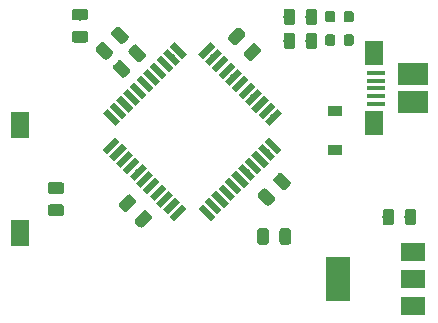
<source format=gbr>
G04 #@! TF.GenerationSoftware,KiCad,Pcbnew,5.0.0+dfsg1-2*
G04 #@! TF.CreationDate,2018-12-16T11:08:53+01:00*
G04 #@! TF.ProjectId,xmegatest,786D656761746573742E6B696361645F,rev?*
G04 #@! TF.SameCoordinates,Original*
G04 #@! TF.FileFunction,Paste,Top*
G04 #@! TF.FilePolarity,Positive*
%FSLAX46Y46*%
G04 Gerber Fmt 4.6, Leading zero omitted, Abs format (unit mm)*
G04 Created by KiCad (PCBNEW 5.0.0+dfsg1-2) date Sun Dec 16 11:08:53 2018*
%MOMM*%
%LPD*%
G01*
G04 APERTURE LIST*
%ADD10R,2.500000X1.900000*%
%ADD11R,1.650000X0.400000*%
%ADD12R,1.500000X2.000000*%
%ADD13C,0.100000*%
%ADD14C,0.975000*%
%ADD15C,0.875000*%
%ADD16C,0.550000*%
%ADD17R,2.000000X3.800000*%
%ADD18R,2.000000X1.500000*%
%ADD19R,1.600000X2.180000*%
%ADD20R,1.200000X0.900000*%
G04 APERTURE END LIST*
D10*
G04 #@! TO.C,J2*
X191631000Y-131515000D03*
X191631000Y-133900000D03*
D11*
X188481000Y-131440000D03*
X188481000Y-132090000D03*
X188481000Y-132740000D03*
X188481000Y-133390000D03*
X188481000Y-134040000D03*
D12*
X188361000Y-129715000D03*
X188381000Y-135715000D03*
G04 #@! TD*
D13*
G04 #@! TO.C,RLED2*
G36*
X181448142Y-128015674D02*
X181471803Y-128019184D01*
X181495007Y-128024996D01*
X181517529Y-128033054D01*
X181539153Y-128043282D01*
X181559670Y-128055579D01*
X181578883Y-128069829D01*
X181596607Y-128085893D01*
X181612671Y-128103617D01*
X181626921Y-128122830D01*
X181639218Y-128143347D01*
X181649446Y-128164971D01*
X181657504Y-128187493D01*
X181663316Y-128210697D01*
X181666826Y-128234358D01*
X181668000Y-128258250D01*
X181668000Y-129170750D01*
X181666826Y-129194642D01*
X181663316Y-129218303D01*
X181657504Y-129241507D01*
X181649446Y-129264029D01*
X181639218Y-129285653D01*
X181626921Y-129306170D01*
X181612671Y-129325383D01*
X181596607Y-129343107D01*
X181578883Y-129359171D01*
X181559670Y-129373421D01*
X181539153Y-129385718D01*
X181517529Y-129395946D01*
X181495007Y-129404004D01*
X181471803Y-129409816D01*
X181448142Y-129413326D01*
X181424250Y-129414500D01*
X180936750Y-129414500D01*
X180912858Y-129413326D01*
X180889197Y-129409816D01*
X180865993Y-129404004D01*
X180843471Y-129395946D01*
X180821847Y-129385718D01*
X180801330Y-129373421D01*
X180782117Y-129359171D01*
X180764393Y-129343107D01*
X180748329Y-129325383D01*
X180734079Y-129306170D01*
X180721782Y-129285653D01*
X180711554Y-129264029D01*
X180703496Y-129241507D01*
X180697684Y-129218303D01*
X180694174Y-129194642D01*
X180693000Y-129170750D01*
X180693000Y-128258250D01*
X180694174Y-128234358D01*
X180697684Y-128210697D01*
X180703496Y-128187493D01*
X180711554Y-128164971D01*
X180721782Y-128143347D01*
X180734079Y-128122830D01*
X180748329Y-128103617D01*
X180764393Y-128085893D01*
X180782117Y-128069829D01*
X180801330Y-128055579D01*
X180821847Y-128043282D01*
X180843471Y-128033054D01*
X180865993Y-128024996D01*
X180889197Y-128019184D01*
X180912858Y-128015674D01*
X180936750Y-128014500D01*
X181424250Y-128014500D01*
X181448142Y-128015674D01*
X181448142Y-128015674D01*
G37*
D14*
X181180500Y-128714500D03*
D13*
G36*
X183323142Y-128015674D02*
X183346803Y-128019184D01*
X183370007Y-128024996D01*
X183392529Y-128033054D01*
X183414153Y-128043282D01*
X183434670Y-128055579D01*
X183453883Y-128069829D01*
X183471607Y-128085893D01*
X183487671Y-128103617D01*
X183501921Y-128122830D01*
X183514218Y-128143347D01*
X183524446Y-128164971D01*
X183532504Y-128187493D01*
X183538316Y-128210697D01*
X183541826Y-128234358D01*
X183543000Y-128258250D01*
X183543000Y-129170750D01*
X183541826Y-129194642D01*
X183538316Y-129218303D01*
X183532504Y-129241507D01*
X183524446Y-129264029D01*
X183514218Y-129285653D01*
X183501921Y-129306170D01*
X183487671Y-129325383D01*
X183471607Y-129343107D01*
X183453883Y-129359171D01*
X183434670Y-129373421D01*
X183414153Y-129385718D01*
X183392529Y-129395946D01*
X183370007Y-129404004D01*
X183346803Y-129409816D01*
X183323142Y-129413326D01*
X183299250Y-129414500D01*
X182811750Y-129414500D01*
X182787858Y-129413326D01*
X182764197Y-129409816D01*
X182740993Y-129404004D01*
X182718471Y-129395946D01*
X182696847Y-129385718D01*
X182676330Y-129373421D01*
X182657117Y-129359171D01*
X182639393Y-129343107D01*
X182623329Y-129325383D01*
X182609079Y-129306170D01*
X182596782Y-129285653D01*
X182586554Y-129264029D01*
X182578496Y-129241507D01*
X182572684Y-129218303D01*
X182569174Y-129194642D01*
X182568000Y-129170750D01*
X182568000Y-128258250D01*
X182569174Y-128234358D01*
X182572684Y-128210697D01*
X182578496Y-128187493D01*
X182586554Y-128164971D01*
X182596782Y-128143347D01*
X182609079Y-128122830D01*
X182623329Y-128103617D01*
X182639393Y-128085893D01*
X182657117Y-128069829D01*
X182676330Y-128055579D01*
X182696847Y-128043282D01*
X182718471Y-128033054D01*
X182740993Y-128024996D01*
X182764197Y-128019184D01*
X182787858Y-128015674D01*
X182811750Y-128014500D01*
X183299250Y-128014500D01*
X183323142Y-128015674D01*
X183323142Y-128015674D01*
G37*
D14*
X183055500Y-128714500D03*
G04 #@! TD*
D13*
G04 #@! TO.C,LED1*
G36*
X184872691Y-126208553D02*
X184893926Y-126211703D01*
X184914750Y-126216919D01*
X184934962Y-126224151D01*
X184954368Y-126233330D01*
X184972781Y-126244366D01*
X184990024Y-126257154D01*
X185005930Y-126271570D01*
X185020346Y-126287476D01*
X185033134Y-126304719D01*
X185044170Y-126323132D01*
X185053349Y-126342538D01*
X185060581Y-126362750D01*
X185065797Y-126383574D01*
X185068947Y-126404809D01*
X185070000Y-126426250D01*
X185070000Y-126938750D01*
X185068947Y-126960191D01*
X185065797Y-126981426D01*
X185060581Y-127002250D01*
X185053349Y-127022462D01*
X185044170Y-127041868D01*
X185033134Y-127060281D01*
X185020346Y-127077524D01*
X185005930Y-127093430D01*
X184990024Y-127107846D01*
X184972781Y-127120634D01*
X184954368Y-127131670D01*
X184934962Y-127140849D01*
X184914750Y-127148081D01*
X184893926Y-127153297D01*
X184872691Y-127156447D01*
X184851250Y-127157500D01*
X184413750Y-127157500D01*
X184392309Y-127156447D01*
X184371074Y-127153297D01*
X184350250Y-127148081D01*
X184330038Y-127140849D01*
X184310632Y-127131670D01*
X184292219Y-127120634D01*
X184274976Y-127107846D01*
X184259070Y-127093430D01*
X184244654Y-127077524D01*
X184231866Y-127060281D01*
X184220830Y-127041868D01*
X184211651Y-127022462D01*
X184204419Y-127002250D01*
X184199203Y-126981426D01*
X184196053Y-126960191D01*
X184195000Y-126938750D01*
X184195000Y-126426250D01*
X184196053Y-126404809D01*
X184199203Y-126383574D01*
X184204419Y-126362750D01*
X184211651Y-126342538D01*
X184220830Y-126323132D01*
X184231866Y-126304719D01*
X184244654Y-126287476D01*
X184259070Y-126271570D01*
X184274976Y-126257154D01*
X184292219Y-126244366D01*
X184310632Y-126233330D01*
X184330038Y-126224151D01*
X184350250Y-126216919D01*
X184371074Y-126211703D01*
X184392309Y-126208553D01*
X184413750Y-126207500D01*
X184851250Y-126207500D01*
X184872691Y-126208553D01*
X184872691Y-126208553D01*
G37*
D15*
X184632500Y-126682500D03*
D13*
G36*
X186447691Y-126208553D02*
X186468926Y-126211703D01*
X186489750Y-126216919D01*
X186509962Y-126224151D01*
X186529368Y-126233330D01*
X186547781Y-126244366D01*
X186565024Y-126257154D01*
X186580930Y-126271570D01*
X186595346Y-126287476D01*
X186608134Y-126304719D01*
X186619170Y-126323132D01*
X186628349Y-126342538D01*
X186635581Y-126362750D01*
X186640797Y-126383574D01*
X186643947Y-126404809D01*
X186645000Y-126426250D01*
X186645000Y-126938750D01*
X186643947Y-126960191D01*
X186640797Y-126981426D01*
X186635581Y-127002250D01*
X186628349Y-127022462D01*
X186619170Y-127041868D01*
X186608134Y-127060281D01*
X186595346Y-127077524D01*
X186580930Y-127093430D01*
X186565024Y-127107846D01*
X186547781Y-127120634D01*
X186529368Y-127131670D01*
X186509962Y-127140849D01*
X186489750Y-127148081D01*
X186468926Y-127153297D01*
X186447691Y-127156447D01*
X186426250Y-127157500D01*
X185988750Y-127157500D01*
X185967309Y-127156447D01*
X185946074Y-127153297D01*
X185925250Y-127148081D01*
X185905038Y-127140849D01*
X185885632Y-127131670D01*
X185867219Y-127120634D01*
X185849976Y-127107846D01*
X185834070Y-127093430D01*
X185819654Y-127077524D01*
X185806866Y-127060281D01*
X185795830Y-127041868D01*
X185786651Y-127022462D01*
X185779419Y-127002250D01*
X185774203Y-126981426D01*
X185771053Y-126960191D01*
X185770000Y-126938750D01*
X185770000Y-126426250D01*
X185771053Y-126404809D01*
X185774203Y-126383574D01*
X185779419Y-126362750D01*
X185786651Y-126342538D01*
X185795830Y-126323132D01*
X185806866Y-126304719D01*
X185819654Y-126287476D01*
X185834070Y-126271570D01*
X185849976Y-126257154D01*
X185867219Y-126244366D01*
X185885632Y-126233330D01*
X185905038Y-126224151D01*
X185925250Y-126216919D01*
X185946074Y-126211703D01*
X185967309Y-126208553D01*
X185988750Y-126207500D01*
X186426250Y-126207500D01*
X186447691Y-126208553D01*
X186447691Y-126208553D01*
G37*
D15*
X186207500Y-126682500D03*
G04 #@! TD*
D13*
G04 #@! TO.C,C4*
G36*
X179225642Y-144589174D02*
X179249303Y-144592684D01*
X179272507Y-144598496D01*
X179295029Y-144606554D01*
X179316653Y-144616782D01*
X179337170Y-144629079D01*
X179356383Y-144643329D01*
X179374107Y-144659393D01*
X179390171Y-144677117D01*
X179404421Y-144696330D01*
X179416718Y-144716847D01*
X179426946Y-144738471D01*
X179435004Y-144760993D01*
X179440816Y-144784197D01*
X179444326Y-144807858D01*
X179445500Y-144831750D01*
X179445500Y-145744250D01*
X179444326Y-145768142D01*
X179440816Y-145791803D01*
X179435004Y-145815007D01*
X179426946Y-145837529D01*
X179416718Y-145859153D01*
X179404421Y-145879670D01*
X179390171Y-145898883D01*
X179374107Y-145916607D01*
X179356383Y-145932671D01*
X179337170Y-145946921D01*
X179316653Y-145959218D01*
X179295029Y-145969446D01*
X179272507Y-145977504D01*
X179249303Y-145983316D01*
X179225642Y-145986826D01*
X179201750Y-145988000D01*
X178714250Y-145988000D01*
X178690358Y-145986826D01*
X178666697Y-145983316D01*
X178643493Y-145977504D01*
X178620971Y-145969446D01*
X178599347Y-145959218D01*
X178578830Y-145946921D01*
X178559617Y-145932671D01*
X178541893Y-145916607D01*
X178525829Y-145898883D01*
X178511579Y-145879670D01*
X178499282Y-145859153D01*
X178489054Y-145837529D01*
X178480996Y-145815007D01*
X178475184Y-145791803D01*
X178471674Y-145768142D01*
X178470500Y-145744250D01*
X178470500Y-144831750D01*
X178471674Y-144807858D01*
X178475184Y-144784197D01*
X178480996Y-144760993D01*
X178489054Y-144738471D01*
X178499282Y-144716847D01*
X178511579Y-144696330D01*
X178525829Y-144677117D01*
X178541893Y-144659393D01*
X178559617Y-144643329D01*
X178578830Y-144629079D01*
X178599347Y-144616782D01*
X178620971Y-144606554D01*
X178643493Y-144598496D01*
X178666697Y-144592684D01*
X178690358Y-144589174D01*
X178714250Y-144588000D01*
X179201750Y-144588000D01*
X179225642Y-144589174D01*
X179225642Y-144589174D01*
G37*
D14*
X178958000Y-145288000D03*
D13*
G36*
X181100642Y-144589174D02*
X181124303Y-144592684D01*
X181147507Y-144598496D01*
X181170029Y-144606554D01*
X181191653Y-144616782D01*
X181212170Y-144629079D01*
X181231383Y-144643329D01*
X181249107Y-144659393D01*
X181265171Y-144677117D01*
X181279421Y-144696330D01*
X181291718Y-144716847D01*
X181301946Y-144738471D01*
X181310004Y-144760993D01*
X181315816Y-144784197D01*
X181319326Y-144807858D01*
X181320500Y-144831750D01*
X181320500Y-145744250D01*
X181319326Y-145768142D01*
X181315816Y-145791803D01*
X181310004Y-145815007D01*
X181301946Y-145837529D01*
X181291718Y-145859153D01*
X181279421Y-145879670D01*
X181265171Y-145898883D01*
X181249107Y-145916607D01*
X181231383Y-145932671D01*
X181212170Y-145946921D01*
X181191653Y-145959218D01*
X181170029Y-145969446D01*
X181147507Y-145977504D01*
X181124303Y-145983316D01*
X181100642Y-145986826D01*
X181076750Y-145988000D01*
X180589250Y-145988000D01*
X180565358Y-145986826D01*
X180541697Y-145983316D01*
X180518493Y-145977504D01*
X180495971Y-145969446D01*
X180474347Y-145959218D01*
X180453830Y-145946921D01*
X180434617Y-145932671D01*
X180416893Y-145916607D01*
X180400829Y-145898883D01*
X180386579Y-145879670D01*
X180374282Y-145859153D01*
X180364054Y-145837529D01*
X180355996Y-145815007D01*
X180350184Y-145791803D01*
X180346674Y-145768142D01*
X180345500Y-145744250D01*
X180345500Y-144831750D01*
X180346674Y-144807858D01*
X180350184Y-144784197D01*
X180355996Y-144760993D01*
X180364054Y-144738471D01*
X180374282Y-144716847D01*
X180386579Y-144696330D01*
X180400829Y-144677117D01*
X180416893Y-144659393D01*
X180434617Y-144643329D01*
X180453830Y-144629079D01*
X180474347Y-144616782D01*
X180495971Y-144606554D01*
X180518493Y-144598496D01*
X180541697Y-144592684D01*
X180565358Y-144589174D01*
X180589250Y-144588000D01*
X181076750Y-144588000D01*
X181100642Y-144589174D01*
X181100642Y-144589174D01*
G37*
D14*
X180833000Y-145288000D03*
G04 #@! TD*
D13*
G04 #@! TO.C,C2*
G36*
X189830142Y-142938174D02*
X189853803Y-142941684D01*
X189877007Y-142947496D01*
X189899529Y-142955554D01*
X189921153Y-142965782D01*
X189941670Y-142978079D01*
X189960883Y-142992329D01*
X189978607Y-143008393D01*
X189994671Y-143026117D01*
X190008921Y-143045330D01*
X190021218Y-143065847D01*
X190031446Y-143087471D01*
X190039504Y-143109993D01*
X190045316Y-143133197D01*
X190048826Y-143156858D01*
X190050000Y-143180750D01*
X190050000Y-144093250D01*
X190048826Y-144117142D01*
X190045316Y-144140803D01*
X190039504Y-144164007D01*
X190031446Y-144186529D01*
X190021218Y-144208153D01*
X190008921Y-144228670D01*
X189994671Y-144247883D01*
X189978607Y-144265607D01*
X189960883Y-144281671D01*
X189941670Y-144295921D01*
X189921153Y-144308218D01*
X189899529Y-144318446D01*
X189877007Y-144326504D01*
X189853803Y-144332316D01*
X189830142Y-144335826D01*
X189806250Y-144337000D01*
X189318750Y-144337000D01*
X189294858Y-144335826D01*
X189271197Y-144332316D01*
X189247993Y-144326504D01*
X189225471Y-144318446D01*
X189203847Y-144308218D01*
X189183330Y-144295921D01*
X189164117Y-144281671D01*
X189146393Y-144265607D01*
X189130329Y-144247883D01*
X189116079Y-144228670D01*
X189103782Y-144208153D01*
X189093554Y-144186529D01*
X189085496Y-144164007D01*
X189079684Y-144140803D01*
X189076174Y-144117142D01*
X189075000Y-144093250D01*
X189075000Y-143180750D01*
X189076174Y-143156858D01*
X189079684Y-143133197D01*
X189085496Y-143109993D01*
X189093554Y-143087471D01*
X189103782Y-143065847D01*
X189116079Y-143045330D01*
X189130329Y-143026117D01*
X189146393Y-143008393D01*
X189164117Y-142992329D01*
X189183330Y-142978079D01*
X189203847Y-142965782D01*
X189225471Y-142955554D01*
X189247993Y-142947496D01*
X189271197Y-142941684D01*
X189294858Y-142938174D01*
X189318750Y-142937000D01*
X189806250Y-142937000D01*
X189830142Y-142938174D01*
X189830142Y-142938174D01*
G37*
D14*
X189562500Y-143637000D03*
D13*
G36*
X191705142Y-142938174D02*
X191728803Y-142941684D01*
X191752007Y-142947496D01*
X191774529Y-142955554D01*
X191796153Y-142965782D01*
X191816670Y-142978079D01*
X191835883Y-142992329D01*
X191853607Y-143008393D01*
X191869671Y-143026117D01*
X191883921Y-143045330D01*
X191896218Y-143065847D01*
X191906446Y-143087471D01*
X191914504Y-143109993D01*
X191920316Y-143133197D01*
X191923826Y-143156858D01*
X191925000Y-143180750D01*
X191925000Y-144093250D01*
X191923826Y-144117142D01*
X191920316Y-144140803D01*
X191914504Y-144164007D01*
X191906446Y-144186529D01*
X191896218Y-144208153D01*
X191883921Y-144228670D01*
X191869671Y-144247883D01*
X191853607Y-144265607D01*
X191835883Y-144281671D01*
X191816670Y-144295921D01*
X191796153Y-144308218D01*
X191774529Y-144318446D01*
X191752007Y-144326504D01*
X191728803Y-144332316D01*
X191705142Y-144335826D01*
X191681250Y-144337000D01*
X191193750Y-144337000D01*
X191169858Y-144335826D01*
X191146197Y-144332316D01*
X191122993Y-144326504D01*
X191100471Y-144318446D01*
X191078847Y-144308218D01*
X191058330Y-144295921D01*
X191039117Y-144281671D01*
X191021393Y-144265607D01*
X191005329Y-144247883D01*
X190991079Y-144228670D01*
X190978782Y-144208153D01*
X190968554Y-144186529D01*
X190960496Y-144164007D01*
X190954684Y-144140803D01*
X190951174Y-144117142D01*
X190950000Y-144093250D01*
X190950000Y-143180750D01*
X190951174Y-143156858D01*
X190954684Y-143133197D01*
X190960496Y-143109993D01*
X190968554Y-143087471D01*
X190978782Y-143065847D01*
X190991079Y-143045330D01*
X191005329Y-143026117D01*
X191021393Y-143008393D01*
X191039117Y-142992329D01*
X191058330Y-142978079D01*
X191078847Y-142965782D01*
X191100471Y-142955554D01*
X191122993Y-142947496D01*
X191146197Y-142941684D01*
X191169858Y-142938174D01*
X191193750Y-142937000D01*
X191681250Y-142937000D01*
X191705142Y-142938174D01*
X191705142Y-142938174D01*
G37*
D14*
X191437500Y-143637000D03*
G04 #@! TD*
D16*
G04 #@! TO.C,U2*
X166115064Y-137600082D03*
D13*
G36*
X165779188Y-138324866D02*
X165390280Y-137935958D01*
X166450940Y-136875298D01*
X166839848Y-137264206D01*
X165779188Y-138324866D01*
X165779188Y-138324866D01*
G37*
D16*
X166680750Y-138165767D03*
D13*
G36*
X166344874Y-138890551D02*
X165955966Y-138501643D01*
X167016626Y-137440983D01*
X167405534Y-137829891D01*
X166344874Y-138890551D01*
X166344874Y-138890551D01*
G37*
D16*
X167246435Y-138731452D03*
D13*
G36*
X166910559Y-139456236D02*
X166521651Y-139067328D01*
X167582311Y-138006668D01*
X167971219Y-138395576D01*
X166910559Y-139456236D01*
X166910559Y-139456236D01*
G37*
D16*
X167812120Y-139297138D03*
D13*
G36*
X167476244Y-140021922D02*
X167087336Y-139633014D01*
X168147996Y-138572354D01*
X168536904Y-138961262D01*
X167476244Y-140021922D01*
X167476244Y-140021922D01*
G37*
D16*
X168377806Y-139862823D03*
D13*
G36*
X168041930Y-140587607D02*
X167653022Y-140198699D01*
X168713682Y-139138039D01*
X169102590Y-139526947D01*
X168041930Y-140587607D01*
X168041930Y-140587607D01*
G37*
D16*
X168943491Y-140428509D03*
D13*
G36*
X168607615Y-141153293D02*
X168218707Y-140764385D01*
X169279367Y-139703725D01*
X169668275Y-140092633D01*
X168607615Y-141153293D01*
X168607615Y-141153293D01*
G37*
D16*
X169509177Y-140994194D03*
D13*
G36*
X169173301Y-141718978D02*
X168784393Y-141330070D01*
X169845053Y-140269410D01*
X170233961Y-140658318D01*
X169173301Y-141718978D01*
X169173301Y-141718978D01*
G37*
D16*
X170074862Y-141559880D03*
D13*
G36*
X169738986Y-142284664D02*
X169350078Y-141895756D01*
X170410738Y-140835096D01*
X170799646Y-141224004D01*
X169738986Y-142284664D01*
X169738986Y-142284664D01*
G37*
D16*
X170640548Y-142125565D03*
D13*
G36*
X170304672Y-142850349D02*
X169915764Y-142461441D01*
X170976424Y-141400781D01*
X171365332Y-141789689D01*
X170304672Y-142850349D01*
X170304672Y-142850349D01*
G37*
D16*
X171206233Y-142691250D03*
D13*
G36*
X170870357Y-143416034D02*
X170481449Y-143027126D01*
X171542109Y-141966466D01*
X171931017Y-142355374D01*
X170870357Y-143416034D01*
X170870357Y-143416034D01*
G37*
D16*
X171771918Y-143256936D03*
D13*
G36*
X171436042Y-143981720D02*
X171047134Y-143592812D01*
X172107794Y-142532152D01*
X172496702Y-142921060D01*
X171436042Y-143981720D01*
X171436042Y-143981720D01*
G37*
D16*
X174176082Y-143256936D03*
D13*
G36*
X174900866Y-143592812D02*
X174511958Y-143981720D01*
X173451298Y-142921060D01*
X173840206Y-142532152D01*
X174900866Y-143592812D01*
X174900866Y-143592812D01*
G37*
D16*
X174741767Y-142691250D03*
D13*
G36*
X175466551Y-143027126D02*
X175077643Y-143416034D01*
X174016983Y-142355374D01*
X174405891Y-141966466D01*
X175466551Y-143027126D01*
X175466551Y-143027126D01*
G37*
D16*
X175307452Y-142125565D03*
D13*
G36*
X176032236Y-142461441D02*
X175643328Y-142850349D01*
X174582668Y-141789689D01*
X174971576Y-141400781D01*
X176032236Y-142461441D01*
X176032236Y-142461441D01*
G37*
D16*
X175873138Y-141559880D03*
D13*
G36*
X176597922Y-141895756D02*
X176209014Y-142284664D01*
X175148354Y-141224004D01*
X175537262Y-140835096D01*
X176597922Y-141895756D01*
X176597922Y-141895756D01*
G37*
D16*
X176438823Y-140994194D03*
D13*
G36*
X177163607Y-141330070D02*
X176774699Y-141718978D01*
X175714039Y-140658318D01*
X176102947Y-140269410D01*
X177163607Y-141330070D01*
X177163607Y-141330070D01*
G37*
D16*
X177004509Y-140428509D03*
D13*
G36*
X177729293Y-140764385D02*
X177340385Y-141153293D01*
X176279725Y-140092633D01*
X176668633Y-139703725D01*
X177729293Y-140764385D01*
X177729293Y-140764385D01*
G37*
D16*
X177570194Y-139862823D03*
D13*
G36*
X178294978Y-140198699D02*
X177906070Y-140587607D01*
X176845410Y-139526947D01*
X177234318Y-139138039D01*
X178294978Y-140198699D01*
X178294978Y-140198699D01*
G37*
D16*
X178135880Y-139297138D03*
D13*
G36*
X178860664Y-139633014D02*
X178471756Y-140021922D01*
X177411096Y-138961262D01*
X177800004Y-138572354D01*
X178860664Y-139633014D01*
X178860664Y-139633014D01*
G37*
D16*
X178701565Y-138731452D03*
D13*
G36*
X179426349Y-139067328D02*
X179037441Y-139456236D01*
X177976781Y-138395576D01*
X178365689Y-138006668D01*
X179426349Y-139067328D01*
X179426349Y-139067328D01*
G37*
D16*
X179267250Y-138165767D03*
D13*
G36*
X179992034Y-138501643D02*
X179603126Y-138890551D01*
X178542466Y-137829891D01*
X178931374Y-137440983D01*
X179992034Y-138501643D01*
X179992034Y-138501643D01*
G37*
D16*
X179832936Y-137600082D03*
D13*
G36*
X180557720Y-137935958D02*
X180168812Y-138324866D01*
X179108152Y-137264206D01*
X179497060Y-136875298D01*
X180557720Y-137935958D01*
X180557720Y-137935958D01*
G37*
D16*
X179832936Y-135195918D03*
D13*
G36*
X179497060Y-135920702D02*
X179108152Y-135531794D01*
X180168812Y-134471134D01*
X180557720Y-134860042D01*
X179497060Y-135920702D01*
X179497060Y-135920702D01*
G37*
D16*
X179267250Y-134630233D03*
D13*
G36*
X178931374Y-135355017D02*
X178542466Y-134966109D01*
X179603126Y-133905449D01*
X179992034Y-134294357D01*
X178931374Y-135355017D01*
X178931374Y-135355017D01*
G37*
D16*
X178701565Y-134064548D03*
D13*
G36*
X178365689Y-134789332D02*
X177976781Y-134400424D01*
X179037441Y-133339764D01*
X179426349Y-133728672D01*
X178365689Y-134789332D01*
X178365689Y-134789332D01*
G37*
D16*
X178135880Y-133498862D03*
D13*
G36*
X177800004Y-134223646D02*
X177411096Y-133834738D01*
X178471756Y-132774078D01*
X178860664Y-133162986D01*
X177800004Y-134223646D01*
X177800004Y-134223646D01*
G37*
D16*
X177570194Y-132933177D03*
D13*
G36*
X177234318Y-133657961D02*
X176845410Y-133269053D01*
X177906070Y-132208393D01*
X178294978Y-132597301D01*
X177234318Y-133657961D01*
X177234318Y-133657961D01*
G37*
D16*
X177004509Y-132367491D03*
D13*
G36*
X176668633Y-133092275D02*
X176279725Y-132703367D01*
X177340385Y-131642707D01*
X177729293Y-132031615D01*
X176668633Y-133092275D01*
X176668633Y-133092275D01*
G37*
D16*
X176438823Y-131801806D03*
D13*
G36*
X176102947Y-132526590D02*
X175714039Y-132137682D01*
X176774699Y-131077022D01*
X177163607Y-131465930D01*
X176102947Y-132526590D01*
X176102947Y-132526590D01*
G37*
D16*
X175873138Y-131236120D03*
D13*
G36*
X175537262Y-131960904D02*
X175148354Y-131571996D01*
X176209014Y-130511336D01*
X176597922Y-130900244D01*
X175537262Y-131960904D01*
X175537262Y-131960904D01*
G37*
D16*
X175307452Y-130670435D03*
D13*
G36*
X174971576Y-131395219D02*
X174582668Y-131006311D01*
X175643328Y-129945651D01*
X176032236Y-130334559D01*
X174971576Y-131395219D01*
X174971576Y-131395219D01*
G37*
D16*
X174741767Y-130104750D03*
D13*
G36*
X174405891Y-130829534D02*
X174016983Y-130440626D01*
X175077643Y-129379966D01*
X175466551Y-129768874D01*
X174405891Y-130829534D01*
X174405891Y-130829534D01*
G37*
D16*
X174176082Y-129539064D03*
D13*
G36*
X173840206Y-130263848D02*
X173451298Y-129874940D01*
X174511958Y-128814280D01*
X174900866Y-129203188D01*
X173840206Y-130263848D01*
X173840206Y-130263848D01*
G37*
D16*
X171771918Y-129539064D03*
D13*
G36*
X172496702Y-129874940D02*
X172107794Y-130263848D01*
X171047134Y-129203188D01*
X171436042Y-128814280D01*
X172496702Y-129874940D01*
X172496702Y-129874940D01*
G37*
D16*
X171206233Y-130104750D03*
D13*
G36*
X171931017Y-130440626D02*
X171542109Y-130829534D01*
X170481449Y-129768874D01*
X170870357Y-129379966D01*
X171931017Y-130440626D01*
X171931017Y-130440626D01*
G37*
D16*
X170640548Y-130670435D03*
D13*
G36*
X171365332Y-131006311D02*
X170976424Y-131395219D01*
X169915764Y-130334559D01*
X170304672Y-129945651D01*
X171365332Y-131006311D01*
X171365332Y-131006311D01*
G37*
D16*
X170074862Y-131236120D03*
D13*
G36*
X170799646Y-131571996D02*
X170410738Y-131960904D01*
X169350078Y-130900244D01*
X169738986Y-130511336D01*
X170799646Y-131571996D01*
X170799646Y-131571996D01*
G37*
D16*
X169509177Y-131801806D03*
D13*
G36*
X170233961Y-132137682D02*
X169845053Y-132526590D01*
X168784393Y-131465930D01*
X169173301Y-131077022D01*
X170233961Y-132137682D01*
X170233961Y-132137682D01*
G37*
D16*
X168943491Y-132367491D03*
D13*
G36*
X169668275Y-132703367D02*
X169279367Y-133092275D01*
X168218707Y-132031615D01*
X168607615Y-131642707D01*
X169668275Y-132703367D01*
X169668275Y-132703367D01*
G37*
D16*
X168377806Y-132933177D03*
D13*
G36*
X169102590Y-133269053D02*
X168713682Y-133657961D01*
X167653022Y-132597301D01*
X168041930Y-132208393D01*
X169102590Y-133269053D01*
X169102590Y-133269053D01*
G37*
D16*
X167812120Y-133498862D03*
D13*
G36*
X168536904Y-133834738D02*
X168147996Y-134223646D01*
X167087336Y-133162986D01*
X167476244Y-132774078D01*
X168536904Y-133834738D01*
X168536904Y-133834738D01*
G37*
D16*
X167246435Y-134064548D03*
D13*
G36*
X167971219Y-134400424D02*
X167582311Y-134789332D01*
X166521651Y-133728672D01*
X166910559Y-133339764D01*
X167971219Y-134400424D01*
X167971219Y-134400424D01*
G37*
D16*
X166680750Y-134630233D03*
D13*
G36*
X167405534Y-134966109D02*
X167016626Y-135355017D01*
X165955966Y-134294357D01*
X166344874Y-133905449D01*
X167405534Y-134966109D01*
X167405534Y-134966109D01*
G37*
D16*
X166115064Y-135195918D03*
D13*
G36*
X166839848Y-135531794D02*
X166450940Y-135920702D01*
X165390280Y-134860042D01*
X165779188Y-134471134D01*
X166839848Y-135531794D01*
X166839848Y-135531794D01*
G37*
G04 #@! TD*
D17*
G04 #@! TO.C,U1*
X185318000Y-148907500D03*
D18*
X191618000Y-148907500D03*
X191618000Y-146607500D03*
X191618000Y-151207500D03*
G04 #@! TD*
D19*
G04 #@! TO.C,SW1*
X158369000Y-144988500D03*
X158369000Y-135808500D03*
G04 #@! TD*
D13*
G04 #@! TO.C,C5*
G36*
X179106219Y-141212862D02*
X179129880Y-141216372D01*
X179153084Y-141222184D01*
X179175606Y-141230242D01*
X179197230Y-141240470D01*
X179217747Y-141252767D01*
X179236960Y-141267017D01*
X179254684Y-141283081D01*
X179899919Y-141928316D01*
X179915983Y-141946040D01*
X179930233Y-141965253D01*
X179942530Y-141985770D01*
X179952758Y-142007394D01*
X179960816Y-142029916D01*
X179966628Y-142053120D01*
X179970138Y-142076781D01*
X179971312Y-142100673D01*
X179970138Y-142124565D01*
X179966628Y-142148226D01*
X179960816Y-142171430D01*
X179952758Y-142193952D01*
X179942530Y-142215576D01*
X179930233Y-142236093D01*
X179915983Y-142255306D01*
X179899919Y-142273030D01*
X179555204Y-142617745D01*
X179537480Y-142633809D01*
X179518267Y-142648059D01*
X179497750Y-142660356D01*
X179476126Y-142670584D01*
X179453604Y-142678642D01*
X179430400Y-142684454D01*
X179406739Y-142687964D01*
X179382847Y-142689138D01*
X179358955Y-142687964D01*
X179335294Y-142684454D01*
X179312090Y-142678642D01*
X179289568Y-142670584D01*
X179267944Y-142660356D01*
X179247427Y-142648059D01*
X179228214Y-142633809D01*
X179210490Y-142617745D01*
X178565255Y-141972510D01*
X178549191Y-141954786D01*
X178534941Y-141935573D01*
X178522644Y-141915056D01*
X178512416Y-141893432D01*
X178504358Y-141870910D01*
X178498546Y-141847706D01*
X178495036Y-141824045D01*
X178493862Y-141800153D01*
X178495036Y-141776261D01*
X178498546Y-141752600D01*
X178504358Y-141729396D01*
X178512416Y-141706874D01*
X178522644Y-141685250D01*
X178534941Y-141664733D01*
X178549191Y-141645520D01*
X178565255Y-141627796D01*
X178909970Y-141283081D01*
X178927694Y-141267017D01*
X178946907Y-141252767D01*
X178967424Y-141240470D01*
X178989048Y-141230242D01*
X179011570Y-141222184D01*
X179034774Y-141216372D01*
X179058435Y-141212862D01*
X179082327Y-141211688D01*
X179106219Y-141212862D01*
X179106219Y-141212862D01*
G37*
D14*
X179232587Y-141950413D03*
D13*
G36*
X180432045Y-139887036D02*
X180455706Y-139890546D01*
X180478910Y-139896358D01*
X180501432Y-139904416D01*
X180523056Y-139914644D01*
X180543573Y-139926941D01*
X180562786Y-139941191D01*
X180580510Y-139957255D01*
X181225745Y-140602490D01*
X181241809Y-140620214D01*
X181256059Y-140639427D01*
X181268356Y-140659944D01*
X181278584Y-140681568D01*
X181286642Y-140704090D01*
X181292454Y-140727294D01*
X181295964Y-140750955D01*
X181297138Y-140774847D01*
X181295964Y-140798739D01*
X181292454Y-140822400D01*
X181286642Y-140845604D01*
X181278584Y-140868126D01*
X181268356Y-140889750D01*
X181256059Y-140910267D01*
X181241809Y-140929480D01*
X181225745Y-140947204D01*
X180881030Y-141291919D01*
X180863306Y-141307983D01*
X180844093Y-141322233D01*
X180823576Y-141334530D01*
X180801952Y-141344758D01*
X180779430Y-141352816D01*
X180756226Y-141358628D01*
X180732565Y-141362138D01*
X180708673Y-141363312D01*
X180684781Y-141362138D01*
X180661120Y-141358628D01*
X180637916Y-141352816D01*
X180615394Y-141344758D01*
X180593770Y-141334530D01*
X180573253Y-141322233D01*
X180554040Y-141307983D01*
X180536316Y-141291919D01*
X179891081Y-140646684D01*
X179875017Y-140628960D01*
X179860767Y-140609747D01*
X179848470Y-140589230D01*
X179838242Y-140567606D01*
X179830184Y-140545084D01*
X179824372Y-140521880D01*
X179820862Y-140498219D01*
X179819688Y-140474327D01*
X179820862Y-140450435D01*
X179824372Y-140426774D01*
X179830184Y-140403570D01*
X179838242Y-140381048D01*
X179848470Y-140359424D01*
X179860767Y-140338907D01*
X179875017Y-140319694D01*
X179891081Y-140301970D01*
X180235796Y-139957255D01*
X180253520Y-139941191D01*
X180272733Y-139926941D01*
X180293250Y-139914644D01*
X180314874Y-139904416D01*
X180337396Y-139896358D01*
X180360600Y-139890546D01*
X180384261Y-139887036D01*
X180408153Y-139885862D01*
X180432045Y-139887036D01*
X180432045Y-139887036D01*
G37*
D14*
X180558413Y-140624587D03*
G04 #@! TD*
D13*
G04 #@! TO.C,C6*
G36*
X176902326Y-127603623D02*
X176925987Y-127607133D01*
X176949191Y-127612945D01*
X176971713Y-127621003D01*
X176993337Y-127631231D01*
X177013854Y-127643528D01*
X177033067Y-127657778D01*
X177050791Y-127673842D01*
X177395506Y-128018557D01*
X177411570Y-128036281D01*
X177425820Y-128055494D01*
X177438117Y-128076011D01*
X177448345Y-128097635D01*
X177456403Y-128120157D01*
X177462215Y-128143361D01*
X177465725Y-128167022D01*
X177466899Y-128190914D01*
X177465725Y-128214806D01*
X177462215Y-128238467D01*
X177456403Y-128261671D01*
X177448345Y-128284193D01*
X177438117Y-128305817D01*
X177425820Y-128326334D01*
X177411570Y-128345547D01*
X177395506Y-128363271D01*
X176750271Y-129008506D01*
X176732547Y-129024570D01*
X176713334Y-129038820D01*
X176692817Y-129051117D01*
X176671193Y-129061345D01*
X176648671Y-129069403D01*
X176625467Y-129075215D01*
X176601806Y-129078725D01*
X176577914Y-129079899D01*
X176554022Y-129078725D01*
X176530361Y-129075215D01*
X176507157Y-129069403D01*
X176484635Y-129061345D01*
X176463011Y-129051117D01*
X176442494Y-129038820D01*
X176423281Y-129024570D01*
X176405557Y-129008506D01*
X176060842Y-128663791D01*
X176044778Y-128646067D01*
X176030528Y-128626854D01*
X176018231Y-128606337D01*
X176008003Y-128584713D01*
X175999945Y-128562191D01*
X175994133Y-128538987D01*
X175990623Y-128515326D01*
X175989449Y-128491434D01*
X175990623Y-128467542D01*
X175994133Y-128443881D01*
X175999945Y-128420677D01*
X176008003Y-128398155D01*
X176018231Y-128376531D01*
X176030528Y-128356014D01*
X176044778Y-128336801D01*
X176060842Y-128319077D01*
X176706077Y-127673842D01*
X176723801Y-127657778D01*
X176743014Y-127643528D01*
X176763531Y-127631231D01*
X176785155Y-127621003D01*
X176807677Y-127612945D01*
X176830881Y-127607133D01*
X176854542Y-127603623D01*
X176878434Y-127602449D01*
X176902326Y-127603623D01*
X176902326Y-127603623D01*
G37*
D14*
X176728174Y-128341174D03*
D13*
G36*
X178228152Y-128929449D02*
X178251813Y-128932959D01*
X178275017Y-128938771D01*
X178297539Y-128946829D01*
X178319163Y-128957057D01*
X178339680Y-128969354D01*
X178358893Y-128983604D01*
X178376617Y-128999668D01*
X178721332Y-129344383D01*
X178737396Y-129362107D01*
X178751646Y-129381320D01*
X178763943Y-129401837D01*
X178774171Y-129423461D01*
X178782229Y-129445983D01*
X178788041Y-129469187D01*
X178791551Y-129492848D01*
X178792725Y-129516740D01*
X178791551Y-129540632D01*
X178788041Y-129564293D01*
X178782229Y-129587497D01*
X178774171Y-129610019D01*
X178763943Y-129631643D01*
X178751646Y-129652160D01*
X178737396Y-129671373D01*
X178721332Y-129689097D01*
X178076097Y-130334332D01*
X178058373Y-130350396D01*
X178039160Y-130364646D01*
X178018643Y-130376943D01*
X177997019Y-130387171D01*
X177974497Y-130395229D01*
X177951293Y-130401041D01*
X177927632Y-130404551D01*
X177903740Y-130405725D01*
X177879848Y-130404551D01*
X177856187Y-130401041D01*
X177832983Y-130395229D01*
X177810461Y-130387171D01*
X177788837Y-130376943D01*
X177768320Y-130364646D01*
X177749107Y-130350396D01*
X177731383Y-130334332D01*
X177386668Y-129989617D01*
X177370604Y-129971893D01*
X177356354Y-129952680D01*
X177344057Y-129932163D01*
X177333829Y-129910539D01*
X177325771Y-129888017D01*
X177319959Y-129864813D01*
X177316449Y-129841152D01*
X177315275Y-129817260D01*
X177316449Y-129793368D01*
X177319959Y-129769707D01*
X177325771Y-129746503D01*
X177333829Y-129723981D01*
X177344057Y-129702357D01*
X177356354Y-129681840D01*
X177370604Y-129662627D01*
X177386668Y-129644903D01*
X178031903Y-128999668D01*
X178049627Y-128983604D01*
X178068840Y-128969354D01*
X178089357Y-128957057D01*
X178110981Y-128946829D01*
X178133503Y-128938771D01*
X178156707Y-128932959D01*
X178180368Y-128929449D01*
X178204260Y-128928275D01*
X178228152Y-128929449D01*
X178228152Y-128929449D01*
G37*
D14*
X178054000Y-129667000D03*
G04 #@! TD*
D13*
G04 #@! TO.C,C7*
G36*
X168176545Y-129028536D02*
X168200206Y-129032046D01*
X168223410Y-129037858D01*
X168245932Y-129045916D01*
X168267556Y-129056144D01*
X168288073Y-129068441D01*
X168307286Y-129082691D01*
X168325010Y-129098755D01*
X168970245Y-129743990D01*
X168986309Y-129761714D01*
X169000559Y-129780927D01*
X169012856Y-129801444D01*
X169023084Y-129823068D01*
X169031142Y-129845590D01*
X169036954Y-129868794D01*
X169040464Y-129892455D01*
X169041638Y-129916347D01*
X169040464Y-129940239D01*
X169036954Y-129963900D01*
X169031142Y-129987104D01*
X169023084Y-130009626D01*
X169012856Y-130031250D01*
X169000559Y-130051767D01*
X168986309Y-130070980D01*
X168970245Y-130088704D01*
X168625530Y-130433419D01*
X168607806Y-130449483D01*
X168588593Y-130463733D01*
X168568076Y-130476030D01*
X168546452Y-130486258D01*
X168523930Y-130494316D01*
X168500726Y-130500128D01*
X168477065Y-130503638D01*
X168453173Y-130504812D01*
X168429281Y-130503638D01*
X168405620Y-130500128D01*
X168382416Y-130494316D01*
X168359894Y-130486258D01*
X168338270Y-130476030D01*
X168317753Y-130463733D01*
X168298540Y-130449483D01*
X168280816Y-130433419D01*
X167635581Y-129788184D01*
X167619517Y-129770460D01*
X167605267Y-129751247D01*
X167592970Y-129730730D01*
X167582742Y-129709106D01*
X167574684Y-129686584D01*
X167568872Y-129663380D01*
X167565362Y-129639719D01*
X167564188Y-129615827D01*
X167565362Y-129591935D01*
X167568872Y-129568274D01*
X167574684Y-129545070D01*
X167582742Y-129522548D01*
X167592970Y-129500924D01*
X167605267Y-129480407D01*
X167619517Y-129461194D01*
X167635581Y-129443470D01*
X167980296Y-129098755D01*
X167998020Y-129082691D01*
X168017233Y-129068441D01*
X168037750Y-129056144D01*
X168059374Y-129045916D01*
X168081896Y-129037858D01*
X168105100Y-129032046D01*
X168128761Y-129028536D01*
X168152653Y-129027362D01*
X168176545Y-129028536D01*
X168176545Y-129028536D01*
G37*
D14*
X168302913Y-129766087D03*
D13*
G36*
X166850719Y-130354362D02*
X166874380Y-130357872D01*
X166897584Y-130363684D01*
X166920106Y-130371742D01*
X166941730Y-130381970D01*
X166962247Y-130394267D01*
X166981460Y-130408517D01*
X166999184Y-130424581D01*
X167644419Y-131069816D01*
X167660483Y-131087540D01*
X167674733Y-131106753D01*
X167687030Y-131127270D01*
X167697258Y-131148894D01*
X167705316Y-131171416D01*
X167711128Y-131194620D01*
X167714638Y-131218281D01*
X167715812Y-131242173D01*
X167714638Y-131266065D01*
X167711128Y-131289726D01*
X167705316Y-131312930D01*
X167697258Y-131335452D01*
X167687030Y-131357076D01*
X167674733Y-131377593D01*
X167660483Y-131396806D01*
X167644419Y-131414530D01*
X167299704Y-131759245D01*
X167281980Y-131775309D01*
X167262767Y-131789559D01*
X167242250Y-131801856D01*
X167220626Y-131812084D01*
X167198104Y-131820142D01*
X167174900Y-131825954D01*
X167151239Y-131829464D01*
X167127347Y-131830638D01*
X167103455Y-131829464D01*
X167079794Y-131825954D01*
X167056590Y-131820142D01*
X167034068Y-131812084D01*
X167012444Y-131801856D01*
X166991927Y-131789559D01*
X166972714Y-131775309D01*
X166954990Y-131759245D01*
X166309755Y-131114010D01*
X166293691Y-131096286D01*
X166279441Y-131077073D01*
X166267144Y-131056556D01*
X166256916Y-131034932D01*
X166248858Y-131012410D01*
X166243046Y-130989206D01*
X166239536Y-130965545D01*
X166238362Y-130941653D01*
X166239536Y-130917761D01*
X166243046Y-130894100D01*
X166248858Y-130870896D01*
X166256916Y-130848374D01*
X166267144Y-130826750D01*
X166279441Y-130806233D01*
X166293691Y-130787020D01*
X166309755Y-130769296D01*
X166654470Y-130424581D01*
X166672194Y-130408517D01*
X166691407Y-130394267D01*
X166711924Y-130381970D01*
X166733548Y-130371742D01*
X166756070Y-130363684D01*
X166779274Y-130357872D01*
X166802935Y-130354362D01*
X166826827Y-130353188D01*
X166850719Y-130354362D01*
X166850719Y-130354362D01*
G37*
D14*
X166977087Y-131091913D03*
G04 #@! TD*
D13*
G04 #@! TO.C,C11*
G36*
X168985065Y-143054362D02*
X169008726Y-143057872D01*
X169031930Y-143063684D01*
X169054452Y-143071742D01*
X169076076Y-143081970D01*
X169096593Y-143094267D01*
X169115806Y-143108517D01*
X169133530Y-143124581D01*
X169478245Y-143469296D01*
X169494309Y-143487020D01*
X169508559Y-143506233D01*
X169520856Y-143526750D01*
X169531084Y-143548374D01*
X169539142Y-143570896D01*
X169544954Y-143594100D01*
X169548464Y-143617761D01*
X169549638Y-143641653D01*
X169548464Y-143665545D01*
X169544954Y-143689206D01*
X169539142Y-143712410D01*
X169531084Y-143734932D01*
X169520856Y-143756556D01*
X169508559Y-143777073D01*
X169494309Y-143796286D01*
X169478245Y-143814010D01*
X168833010Y-144459245D01*
X168815286Y-144475309D01*
X168796073Y-144489559D01*
X168775556Y-144501856D01*
X168753932Y-144512084D01*
X168731410Y-144520142D01*
X168708206Y-144525954D01*
X168684545Y-144529464D01*
X168660653Y-144530638D01*
X168636761Y-144529464D01*
X168613100Y-144525954D01*
X168589896Y-144520142D01*
X168567374Y-144512084D01*
X168545750Y-144501856D01*
X168525233Y-144489559D01*
X168506020Y-144475309D01*
X168488296Y-144459245D01*
X168143581Y-144114530D01*
X168127517Y-144096806D01*
X168113267Y-144077593D01*
X168100970Y-144057076D01*
X168090742Y-144035452D01*
X168082684Y-144012930D01*
X168076872Y-143989726D01*
X168073362Y-143966065D01*
X168072188Y-143942173D01*
X168073362Y-143918281D01*
X168076872Y-143894620D01*
X168082684Y-143871416D01*
X168090742Y-143848894D01*
X168100970Y-143827270D01*
X168113267Y-143806753D01*
X168127517Y-143787540D01*
X168143581Y-143769816D01*
X168788816Y-143124581D01*
X168806540Y-143108517D01*
X168825753Y-143094267D01*
X168846270Y-143081970D01*
X168867894Y-143071742D01*
X168890416Y-143063684D01*
X168913620Y-143057872D01*
X168937281Y-143054362D01*
X168961173Y-143053188D01*
X168985065Y-143054362D01*
X168985065Y-143054362D01*
G37*
D14*
X168810913Y-143791913D03*
D13*
G36*
X167659239Y-141728536D02*
X167682900Y-141732046D01*
X167706104Y-141737858D01*
X167728626Y-141745916D01*
X167750250Y-141756144D01*
X167770767Y-141768441D01*
X167789980Y-141782691D01*
X167807704Y-141798755D01*
X168152419Y-142143470D01*
X168168483Y-142161194D01*
X168182733Y-142180407D01*
X168195030Y-142200924D01*
X168205258Y-142222548D01*
X168213316Y-142245070D01*
X168219128Y-142268274D01*
X168222638Y-142291935D01*
X168223812Y-142315827D01*
X168222638Y-142339719D01*
X168219128Y-142363380D01*
X168213316Y-142386584D01*
X168205258Y-142409106D01*
X168195030Y-142430730D01*
X168182733Y-142451247D01*
X168168483Y-142470460D01*
X168152419Y-142488184D01*
X167507184Y-143133419D01*
X167489460Y-143149483D01*
X167470247Y-143163733D01*
X167449730Y-143176030D01*
X167428106Y-143186258D01*
X167405584Y-143194316D01*
X167382380Y-143200128D01*
X167358719Y-143203638D01*
X167334827Y-143204812D01*
X167310935Y-143203638D01*
X167287274Y-143200128D01*
X167264070Y-143194316D01*
X167241548Y-143186258D01*
X167219924Y-143176030D01*
X167199407Y-143163733D01*
X167180194Y-143149483D01*
X167162470Y-143133419D01*
X166817755Y-142788704D01*
X166801691Y-142770980D01*
X166787441Y-142751767D01*
X166775144Y-142731250D01*
X166764916Y-142709626D01*
X166756858Y-142687104D01*
X166751046Y-142663900D01*
X166747536Y-142640239D01*
X166746362Y-142616347D01*
X166747536Y-142592455D01*
X166751046Y-142568794D01*
X166756858Y-142545590D01*
X166764916Y-142523068D01*
X166775144Y-142501444D01*
X166787441Y-142480927D01*
X166801691Y-142461714D01*
X166817755Y-142443990D01*
X167462990Y-141798755D01*
X167480714Y-141782691D01*
X167499927Y-141768441D01*
X167520444Y-141756144D01*
X167542068Y-141745916D01*
X167564590Y-141737858D01*
X167587794Y-141732046D01*
X167611455Y-141728536D01*
X167635347Y-141727362D01*
X167659239Y-141728536D01*
X167659239Y-141728536D01*
G37*
D14*
X167485087Y-142466087D03*
G04 #@! TD*
D20*
G04 #@! TO.C,F1*
X185039000Y-137921000D03*
X185039000Y-134621000D03*
G04 #@! TD*
D13*
G04 #@! TO.C,L1*
G36*
X165390219Y-128830362D02*
X165413880Y-128833872D01*
X165437084Y-128839684D01*
X165459606Y-128847742D01*
X165481230Y-128857970D01*
X165501747Y-128870267D01*
X165520960Y-128884517D01*
X165538684Y-128900581D01*
X166183919Y-129545816D01*
X166199983Y-129563540D01*
X166214233Y-129582753D01*
X166226530Y-129603270D01*
X166236758Y-129624894D01*
X166244816Y-129647416D01*
X166250628Y-129670620D01*
X166254138Y-129694281D01*
X166255312Y-129718173D01*
X166254138Y-129742065D01*
X166250628Y-129765726D01*
X166244816Y-129788930D01*
X166236758Y-129811452D01*
X166226530Y-129833076D01*
X166214233Y-129853593D01*
X166199983Y-129872806D01*
X166183919Y-129890530D01*
X165839204Y-130235245D01*
X165821480Y-130251309D01*
X165802267Y-130265559D01*
X165781750Y-130277856D01*
X165760126Y-130288084D01*
X165737604Y-130296142D01*
X165714400Y-130301954D01*
X165690739Y-130305464D01*
X165666847Y-130306638D01*
X165642955Y-130305464D01*
X165619294Y-130301954D01*
X165596090Y-130296142D01*
X165573568Y-130288084D01*
X165551944Y-130277856D01*
X165531427Y-130265559D01*
X165512214Y-130251309D01*
X165494490Y-130235245D01*
X164849255Y-129590010D01*
X164833191Y-129572286D01*
X164818941Y-129553073D01*
X164806644Y-129532556D01*
X164796416Y-129510932D01*
X164788358Y-129488410D01*
X164782546Y-129465206D01*
X164779036Y-129441545D01*
X164777862Y-129417653D01*
X164779036Y-129393761D01*
X164782546Y-129370100D01*
X164788358Y-129346896D01*
X164796416Y-129324374D01*
X164806644Y-129302750D01*
X164818941Y-129282233D01*
X164833191Y-129263020D01*
X164849255Y-129245296D01*
X165193970Y-128900581D01*
X165211694Y-128884517D01*
X165230907Y-128870267D01*
X165251424Y-128857970D01*
X165273048Y-128847742D01*
X165295570Y-128839684D01*
X165318774Y-128833872D01*
X165342435Y-128830362D01*
X165366327Y-128829188D01*
X165390219Y-128830362D01*
X165390219Y-128830362D01*
G37*
D14*
X165516587Y-129567913D03*
D13*
G36*
X166716045Y-127504536D02*
X166739706Y-127508046D01*
X166762910Y-127513858D01*
X166785432Y-127521916D01*
X166807056Y-127532144D01*
X166827573Y-127544441D01*
X166846786Y-127558691D01*
X166864510Y-127574755D01*
X167509745Y-128219990D01*
X167525809Y-128237714D01*
X167540059Y-128256927D01*
X167552356Y-128277444D01*
X167562584Y-128299068D01*
X167570642Y-128321590D01*
X167576454Y-128344794D01*
X167579964Y-128368455D01*
X167581138Y-128392347D01*
X167579964Y-128416239D01*
X167576454Y-128439900D01*
X167570642Y-128463104D01*
X167562584Y-128485626D01*
X167552356Y-128507250D01*
X167540059Y-128527767D01*
X167525809Y-128546980D01*
X167509745Y-128564704D01*
X167165030Y-128909419D01*
X167147306Y-128925483D01*
X167128093Y-128939733D01*
X167107576Y-128952030D01*
X167085952Y-128962258D01*
X167063430Y-128970316D01*
X167040226Y-128976128D01*
X167016565Y-128979638D01*
X166992673Y-128980812D01*
X166968781Y-128979638D01*
X166945120Y-128976128D01*
X166921916Y-128970316D01*
X166899394Y-128962258D01*
X166877770Y-128952030D01*
X166857253Y-128939733D01*
X166838040Y-128925483D01*
X166820316Y-128909419D01*
X166175081Y-128264184D01*
X166159017Y-128246460D01*
X166144767Y-128227247D01*
X166132470Y-128206730D01*
X166122242Y-128185106D01*
X166114184Y-128162584D01*
X166108372Y-128139380D01*
X166104862Y-128115719D01*
X166103688Y-128091827D01*
X166104862Y-128067935D01*
X166108372Y-128044274D01*
X166114184Y-128021070D01*
X166122242Y-127998548D01*
X166132470Y-127976924D01*
X166144767Y-127956407D01*
X166159017Y-127937194D01*
X166175081Y-127919470D01*
X166519796Y-127574755D01*
X166537520Y-127558691D01*
X166556733Y-127544441D01*
X166577250Y-127532144D01*
X166598874Y-127521916D01*
X166621396Y-127513858D01*
X166644600Y-127508046D01*
X166668261Y-127504536D01*
X166692153Y-127503362D01*
X166716045Y-127504536D01*
X166716045Y-127504536D01*
G37*
D14*
X166842413Y-128242087D03*
G04 #@! TD*
D13*
G04 #@! TO.C,R1*
G36*
X163929142Y-126020674D02*
X163952803Y-126024184D01*
X163976007Y-126029996D01*
X163998529Y-126038054D01*
X164020153Y-126048282D01*
X164040670Y-126060579D01*
X164059883Y-126074829D01*
X164077607Y-126090893D01*
X164093671Y-126108617D01*
X164107921Y-126127830D01*
X164120218Y-126148347D01*
X164130446Y-126169971D01*
X164138504Y-126192493D01*
X164144316Y-126215697D01*
X164147826Y-126239358D01*
X164149000Y-126263250D01*
X164149000Y-126750750D01*
X164147826Y-126774642D01*
X164144316Y-126798303D01*
X164138504Y-126821507D01*
X164130446Y-126844029D01*
X164120218Y-126865653D01*
X164107921Y-126886170D01*
X164093671Y-126905383D01*
X164077607Y-126923107D01*
X164059883Y-126939171D01*
X164040670Y-126953421D01*
X164020153Y-126965718D01*
X163998529Y-126975946D01*
X163976007Y-126984004D01*
X163952803Y-126989816D01*
X163929142Y-126993326D01*
X163905250Y-126994500D01*
X162992750Y-126994500D01*
X162968858Y-126993326D01*
X162945197Y-126989816D01*
X162921993Y-126984004D01*
X162899471Y-126975946D01*
X162877847Y-126965718D01*
X162857330Y-126953421D01*
X162838117Y-126939171D01*
X162820393Y-126923107D01*
X162804329Y-126905383D01*
X162790079Y-126886170D01*
X162777782Y-126865653D01*
X162767554Y-126844029D01*
X162759496Y-126821507D01*
X162753684Y-126798303D01*
X162750174Y-126774642D01*
X162749000Y-126750750D01*
X162749000Y-126263250D01*
X162750174Y-126239358D01*
X162753684Y-126215697D01*
X162759496Y-126192493D01*
X162767554Y-126169971D01*
X162777782Y-126148347D01*
X162790079Y-126127830D01*
X162804329Y-126108617D01*
X162820393Y-126090893D01*
X162838117Y-126074829D01*
X162857330Y-126060579D01*
X162877847Y-126048282D01*
X162899471Y-126038054D01*
X162921993Y-126029996D01*
X162945197Y-126024184D01*
X162968858Y-126020674D01*
X162992750Y-126019500D01*
X163905250Y-126019500D01*
X163929142Y-126020674D01*
X163929142Y-126020674D01*
G37*
D14*
X163449000Y-126507000D03*
D13*
G36*
X163929142Y-127895674D02*
X163952803Y-127899184D01*
X163976007Y-127904996D01*
X163998529Y-127913054D01*
X164020153Y-127923282D01*
X164040670Y-127935579D01*
X164059883Y-127949829D01*
X164077607Y-127965893D01*
X164093671Y-127983617D01*
X164107921Y-128002830D01*
X164120218Y-128023347D01*
X164130446Y-128044971D01*
X164138504Y-128067493D01*
X164144316Y-128090697D01*
X164147826Y-128114358D01*
X164149000Y-128138250D01*
X164149000Y-128625750D01*
X164147826Y-128649642D01*
X164144316Y-128673303D01*
X164138504Y-128696507D01*
X164130446Y-128719029D01*
X164120218Y-128740653D01*
X164107921Y-128761170D01*
X164093671Y-128780383D01*
X164077607Y-128798107D01*
X164059883Y-128814171D01*
X164040670Y-128828421D01*
X164020153Y-128840718D01*
X163998529Y-128850946D01*
X163976007Y-128859004D01*
X163952803Y-128864816D01*
X163929142Y-128868326D01*
X163905250Y-128869500D01*
X162992750Y-128869500D01*
X162968858Y-128868326D01*
X162945197Y-128864816D01*
X162921993Y-128859004D01*
X162899471Y-128850946D01*
X162877847Y-128840718D01*
X162857330Y-128828421D01*
X162838117Y-128814171D01*
X162820393Y-128798107D01*
X162804329Y-128780383D01*
X162790079Y-128761170D01*
X162777782Y-128740653D01*
X162767554Y-128719029D01*
X162759496Y-128696507D01*
X162753684Y-128673303D01*
X162750174Y-128649642D01*
X162749000Y-128625750D01*
X162749000Y-128138250D01*
X162750174Y-128114358D01*
X162753684Y-128090697D01*
X162759496Y-128067493D01*
X162767554Y-128044971D01*
X162777782Y-128023347D01*
X162790079Y-128002830D01*
X162804329Y-127983617D01*
X162820393Y-127965893D01*
X162838117Y-127949829D01*
X162857330Y-127935579D01*
X162877847Y-127923282D01*
X162899471Y-127913054D01*
X162921993Y-127904996D01*
X162945197Y-127899184D01*
X162968858Y-127895674D01*
X162992750Y-127894500D01*
X163905250Y-127894500D01*
X163929142Y-127895674D01*
X163929142Y-127895674D01*
G37*
D14*
X163449000Y-128382000D03*
G04 #@! TD*
D13*
G04 #@! TO.C,R2*
G36*
X161897142Y-140689174D02*
X161920803Y-140692684D01*
X161944007Y-140698496D01*
X161966529Y-140706554D01*
X161988153Y-140716782D01*
X162008670Y-140729079D01*
X162027883Y-140743329D01*
X162045607Y-140759393D01*
X162061671Y-140777117D01*
X162075921Y-140796330D01*
X162088218Y-140816847D01*
X162098446Y-140838471D01*
X162106504Y-140860993D01*
X162112316Y-140884197D01*
X162115826Y-140907858D01*
X162117000Y-140931750D01*
X162117000Y-141419250D01*
X162115826Y-141443142D01*
X162112316Y-141466803D01*
X162106504Y-141490007D01*
X162098446Y-141512529D01*
X162088218Y-141534153D01*
X162075921Y-141554670D01*
X162061671Y-141573883D01*
X162045607Y-141591607D01*
X162027883Y-141607671D01*
X162008670Y-141621921D01*
X161988153Y-141634218D01*
X161966529Y-141644446D01*
X161944007Y-141652504D01*
X161920803Y-141658316D01*
X161897142Y-141661826D01*
X161873250Y-141663000D01*
X160960750Y-141663000D01*
X160936858Y-141661826D01*
X160913197Y-141658316D01*
X160889993Y-141652504D01*
X160867471Y-141644446D01*
X160845847Y-141634218D01*
X160825330Y-141621921D01*
X160806117Y-141607671D01*
X160788393Y-141591607D01*
X160772329Y-141573883D01*
X160758079Y-141554670D01*
X160745782Y-141534153D01*
X160735554Y-141512529D01*
X160727496Y-141490007D01*
X160721684Y-141466803D01*
X160718174Y-141443142D01*
X160717000Y-141419250D01*
X160717000Y-140931750D01*
X160718174Y-140907858D01*
X160721684Y-140884197D01*
X160727496Y-140860993D01*
X160735554Y-140838471D01*
X160745782Y-140816847D01*
X160758079Y-140796330D01*
X160772329Y-140777117D01*
X160788393Y-140759393D01*
X160806117Y-140743329D01*
X160825330Y-140729079D01*
X160845847Y-140716782D01*
X160867471Y-140706554D01*
X160889993Y-140698496D01*
X160913197Y-140692684D01*
X160936858Y-140689174D01*
X160960750Y-140688000D01*
X161873250Y-140688000D01*
X161897142Y-140689174D01*
X161897142Y-140689174D01*
G37*
D14*
X161417000Y-141175500D03*
D13*
G36*
X161897142Y-142564174D02*
X161920803Y-142567684D01*
X161944007Y-142573496D01*
X161966529Y-142581554D01*
X161988153Y-142591782D01*
X162008670Y-142604079D01*
X162027883Y-142618329D01*
X162045607Y-142634393D01*
X162061671Y-142652117D01*
X162075921Y-142671330D01*
X162088218Y-142691847D01*
X162098446Y-142713471D01*
X162106504Y-142735993D01*
X162112316Y-142759197D01*
X162115826Y-142782858D01*
X162117000Y-142806750D01*
X162117000Y-143294250D01*
X162115826Y-143318142D01*
X162112316Y-143341803D01*
X162106504Y-143365007D01*
X162098446Y-143387529D01*
X162088218Y-143409153D01*
X162075921Y-143429670D01*
X162061671Y-143448883D01*
X162045607Y-143466607D01*
X162027883Y-143482671D01*
X162008670Y-143496921D01*
X161988153Y-143509218D01*
X161966529Y-143519446D01*
X161944007Y-143527504D01*
X161920803Y-143533316D01*
X161897142Y-143536826D01*
X161873250Y-143538000D01*
X160960750Y-143538000D01*
X160936858Y-143536826D01*
X160913197Y-143533316D01*
X160889993Y-143527504D01*
X160867471Y-143519446D01*
X160845847Y-143509218D01*
X160825330Y-143496921D01*
X160806117Y-143482671D01*
X160788393Y-143466607D01*
X160772329Y-143448883D01*
X160758079Y-143429670D01*
X160745782Y-143409153D01*
X160735554Y-143387529D01*
X160727496Y-143365007D01*
X160721684Y-143341803D01*
X160718174Y-143318142D01*
X160717000Y-143294250D01*
X160717000Y-142806750D01*
X160718174Y-142782858D01*
X160721684Y-142759197D01*
X160727496Y-142735993D01*
X160735554Y-142713471D01*
X160745782Y-142691847D01*
X160758079Y-142671330D01*
X160772329Y-142652117D01*
X160788393Y-142634393D01*
X160806117Y-142618329D01*
X160825330Y-142604079D01*
X160845847Y-142591782D01*
X160867471Y-142581554D01*
X160889993Y-142573496D01*
X160913197Y-142567684D01*
X160936858Y-142564174D01*
X160960750Y-142563000D01*
X161873250Y-142563000D01*
X161897142Y-142564174D01*
X161897142Y-142564174D01*
G37*
D14*
X161417000Y-143050500D03*
G04 #@! TD*
D13*
G04 #@! TO.C,LED2*
G36*
X186447691Y-128177053D02*
X186468926Y-128180203D01*
X186489750Y-128185419D01*
X186509962Y-128192651D01*
X186529368Y-128201830D01*
X186547781Y-128212866D01*
X186565024Y-128225654D01*
X186580930Y-128240070D01*
X186595346Y-128255976D01*
X186608134Y-128273219D01*
X186619170Y-128291632D01*
X186628349Y-128311038D01*
X186635581Y-128331250D01*
X186640797Y-128352074D01*
X186643947Y-128373309D01*
X186645000Y-128394750D01*
X186645000Y-128907250D01*
X186643947Y-128928691D01*
X186640797Y-128949926D01*
X186635581Y-128970750D01*
X186628349Y-128990962D01*
X186619170Y-129010368D01*
X186608134Y-129028781D01*
X186595346Y-129046024D01*
X186580930Y-129061930D01*
X186565024Y-129076346D01*
X186547781Y-129089134D01*
X186529368Y-129100170D01*
X186509962Y-129109349D01*
X186489750Y-129116581D01*
X186468926Y-129121797D01*
X186447691Y-129124947D01*
X186426250Y-129126000D01*
X185988750Y-129126000D01*
X185967309Y-129124947D01*
X185946074Y-129121797D01*
X185925250Y-129116581D01*
X185905038Y-129109349D01*
X185885632Y-129100170D01*
X185867219Y-129089134D01*
X185849976Y-129076346D01*
X185834070Y-129061930D01*
X185819654Y-129046024D01*
X185806866Y-129028781D01*
X185795830Y-129010368D01*
X185786651Y-128990962D01*
X185779419Y-128970750D01*
X185774203Y-128949926D01*
X185771053Y-128928691D01*
X185770000Y-128907250D01*
X185770000Y-128394750D01*
X185771053Y-128373309D01*
X185774203Y-128352074D01*
X185779419Y-128331250D01*
X185786651Y-128311038D01*
X185795830Y-128291632D01*
X185806866Y-128273219D01*
X185819654Y-128255976D01*
X185834070Y-128240070D01*
X185849976Y-128225654D01*
X185867219Y-128212866D01*
X185885632Y-128201830D01*
X185905038Y-128192651D01*
X185925250Y-128185419D01*
X185946074Y-128180203D01*
X185967309Y-128177053D01*
X185988750Y-128176000D01*
X186426250Y-128176000D01*
X186447691Y-128177053D01*
X186447691Y-128177053D01*
G37*
D15*
X186207500Y-128651000D03*
D13*
G36*
X184872691Y-128177053D02*
X184893926Y-128180203D01*
X184914750Y-128185419D01*
X184934962Y-128192651D01*
X184954368Y-128201830D01*
X184972781Y-128212866D01*
X184990024Y-128225654D01*
X185005930Y-128240070D01*
X185020346Y-128255976D01*
X185033134Y-128273219D01*
X185044170Y-128291632D01*
X185053349Y-128311038D01*
X185060581Y-128331250D01*
X185065797Y-128352074D01*
X185068947Y-128373309D01*
X185070000Y-128394750D01*
X185070000Y-128907250D01*
X185068947Y-128928691D01*
X185065797Y-128949926D01*
X185060581Y-128970750D01*
X185053349Y-128990962D01*
X185044170Y-129010368D01*
X185033134Y-129028781D01*
X185020346Y-129046024D01*
X185005930Y-129061930D01*
X184990024Y-129076346D01*
X184972781Y-129089134D01*
X184954368Y-129100170D01*
X184934962Y-129109349D01*
X184914750Y-129116581D01*
X184893926Y-129121797D01*
X184872691Y-129124947D01*
X184851250Y-129126000D01*
X184413750Y-129126000D01*
X184392309Y-129124947D01*
X184371074Y-129121797D01*
X184350250Y-129116581D01*
X184330038Y-129109349D01*
X184310632Y-129100170D01*
X184292219Y-129089134D01*
X184274976Y-129076346D01*
X184259070Y-129061930D01*
X184244654Y-129046024D01*
X184231866Y-129028781D01*
X184220830Y-129010368D01*
X184211651Y-128990962D01*
X184204419Y-128970750D01*
X184199203Y-128949926D01*
X184196053Y-128928691D01*
X184195000Y-128907250D01*
X184195000Y-128394750D01*
X184196053Y-128373309D01*
X184199203Y-128352074D01*
X184204419Y-128331250D01*
X184211651Y-128311038D01*
X184220830Y-128291632D01*
X184231866Y-128273219D01*
X184244654Y-128255976D01*
X184259070Y-128240070D01*
X184274976Y-128225654D01*
X184292219Y-128212866D01*
X184310632Y-128201830D01*
X184330038Y-128192651D01*
X184350250Y-128185419D01*
X184371074Y-128180203D01*
X184392309Y-128177053D01*
X184413750Y-128176000D01*
X184851250Y-128176000D01*
X184872691Y-128177053D01*
X184872691Y-128177053D01*
G37*
D15*
X184632500Y-128651000D03*
G04 #@! TD*
D13*
G04 #@! TO.C,RLED1*
G36*
X183323142Y-125983674D02*
X183346803Y-125987184D01*
X183370007Y-125992996D01*
X183392529Y-126001054D01*
X183414153Y-126011282D01*
X183434670Y-126023579D01*
X183453883Y-126037829D01*
X183471607Y-126053893D01*
X183487671Y-126071617D01*
X183501921Y-126090830D01*
X183514218Y-126111347D01*
X183524446Y-126132971D01*
X183532504Y-126155493D01*
X183538316Y-126178697D01*
X183541826Y-126202358D01*
X183543000Y-126226250D01*
X183543000Y-127138750D01*
X183541826Y-127162642D01*
X183538316Y-127186303D01*
X183532504Y-127209507D01*
X183524446Y-127232029D01*
X183514218Y-127253653D01*
X183501921Y-127274170D01*
X183487671Y-127293383D01*
X183471607Y-127311107D01*
X183453883Y-127327171D01*
X183434670Y-127341421D01*
X183414153Y-127353718D01*
X183392529Y-127363946D01*
X183370007Y-127372004D01*
X183346803Y-127377816D01*
X183323142Y-127381326D01*
X183299250Y-127382500D01*
X182811750Y-127382500D01*
X182787858Y-127381326D01*
X182764197Y-127377816D01*
X182740993Y-127372004D01*
X182718471Y-127363946D01*
X182696847Y-127353718D01*
X182676330Y-127341421D01*
X182657117Y-127327171D01*
X182639393Y-127311107D01*
X182623329Y-127293383D01*
X182609079Y-127274170D01*
X182596782Y-127253653D01*
X182586554Y-127232029D01*
X182578496Y-127209507D01*
X182572684Y-127186303D01*
X182569174Y-127162642D01*
X182568000Y-127138750D01*
X182568000Y-126226250D01*
X182569174Y-126202358D01*
X182572684Y-126178697D01*
X182578496Y-126155493D01*
X182586554Y-126132971D01*
X182596782Y-126111347D01*
X182609079Y-126090830D01*
X182623329Y-126071617D01*
X182639393Y-126053893D01*
X182657117Y-126037829D01*
X182676330Y-126023579D01*
X182696847Y-126011282D01*
X182718471Y-126001054D01*
X182740993Y-125992996D01*
X182764197Y-125987184D01*
X182787858Y-125983674D01*
X182811750Y-125982500D01*
X183299250Y-125982500D01*
X183323142Y-125983674D01*
X183323142Y-125983674D01*
G37*
D14*
X183055500Y-126682500D03*
D13*
G36*
X181448142Y-125983674D02*
X181471803Y-125987184D01*
X181495007Y-125992996D01*
X181517529Y-126001054D01*
X181539153Y-126011282D01*
X181559670Y-126023579D01*
X181578883Y-126037829D01*
X181596607Y-126053893D01*
X181612671Y-126071617D01*
X181626921Y-126090830D01*
X181639218Y-126111347D01*
X181649446Y-126132971D01*
X181657504Y-126155493D01*
X181663316Y-126178697D01*
X181666826Y-126202358D01*
X181668000Y-126226250D01*
X181668000Y-127138750D01*
X181666826Y-127162642D01*
X181663316Y-127186303D01*
X181657504Y-127209507D01*
X181649446Y-127232029D01*
X181639218Y-127253653D01*
X181626921Y-127274170D01*
X181612671Y-127293383D01*
X181596607Y-127311107D01*
X181578883Y-127327171D01*
X181559670Y-127341421D01*
X181539153Y-127353718D01*
X181517529Y-127363946D01*
X181495007Y-127372004D01*
X181471803Y-127377816D01*
X181448142Y-127381326D01*
X181424250Y-127382500D01*
X180936750Y-127382500D01*
X180912858Y-127381326D01*
X180889197Y-127377816D01*
X180865993Y-127372004D01*
X180843471Y-127363946D01*
X180821847Y-127353718D01*
X180801330Y-127341421D01*
X180782117Y-127327171D01*
X180764393Y-127311107D01*
X180748329Y-127293383D01*
X180734079Y-127274170D01*
X180721782Y-127253653D01*
X180711554Y-127232029D01*
X180703496Y-127209507D01*
X180697684Y-127186303D01*
X180694174Y-127162642D01*
X180693000Y-127138750D01*
X180693000Y-126226250D01*
X180694174Y-126202358D01*
X180697684Y-126178697D01*
X180703496Y-126155493D01*
X180711554Y-126132971D01*
X180721782Y-126111347D01*
X180734079Y-126090830D01*
X180748329Y-126071617D01*
X180764393Y-126053893D01*
X180782117Y-126037829D01*
X180801330Y-126023579D01*
X180821847Y-126011282D01*
X180843471Y-126001054D01*
X180865993Y-125992996D01*
X180889197Y-125987184D01*
X180912858Y-125983674D01*
X180936750Y-125982500D01*
X181424250Y-125982500D01*
X181448142Y-125983674D01*
X181448142Y-125983674D01*
G37*
D14*
X181180500Y-126682500D03*
G04 #@! TD*
M02*

</source>
